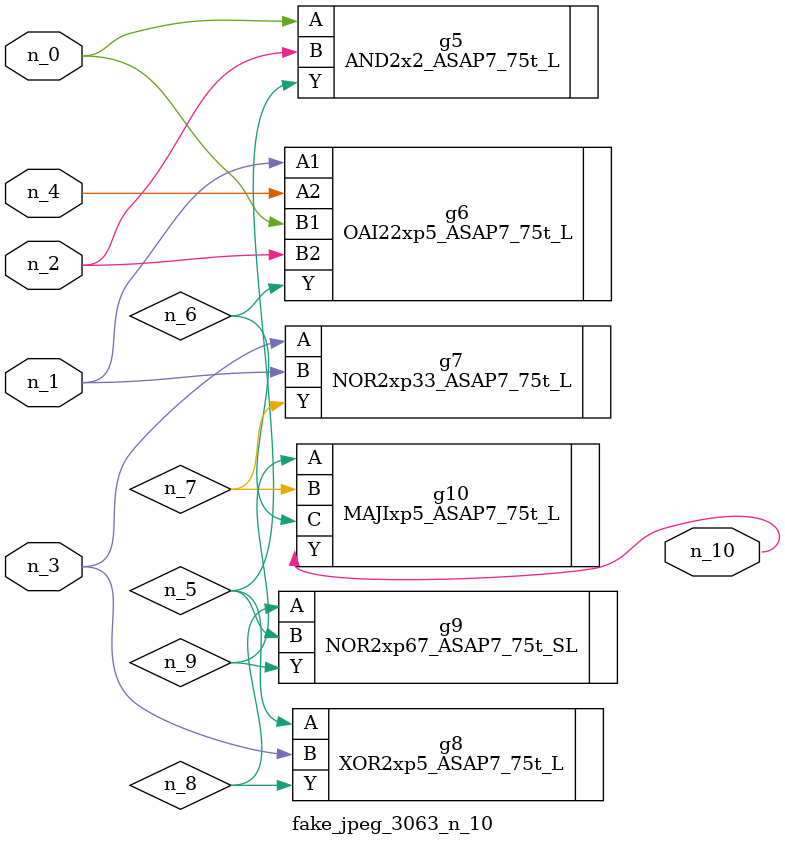
<source format=v>
module fake_jpeg_3063_n_10 (n_3, n_2, n_1, n_0, n_4, n_10);

input n_3;
input n_2;
input n_1;
input n_0;
input n_4;

output n_10;

wire n_8;
wire n_9;
wire n_6;
wire n_5;
wire n_7;

AND2x2_ASAP7_75t_L g5 ( 
.A(n_0),
.B(n_2),
.Y(n_5)
);

OAI22xp5_ASAP7_75t_L g6 ( 
.A1(n_1),
.A2(n_4),
.B1(n_0),
.B2(n_2),
.Y(n_6)
);

NOR2xp33_ASAP7_75t_L g7 ( 
.A(n_3),
.B(n_1),
.Y(n_7)
);

XOR2xp5_ASAP7_75t_L g8 ( 
.A(n_5),
.B(n_3),
.Y(n_8)
);

NOR2xp67_ASAP7_75t_SL g9 ( 
.A(n_8),
.B(n_5),
.Y(n_9)
);

MAJIxp5_ASAP7_75t_L g10 ( 
.A(n_9),
.B(n_7),
.C(n_6),
.Y(n_10)
);


endmodule
</source>
